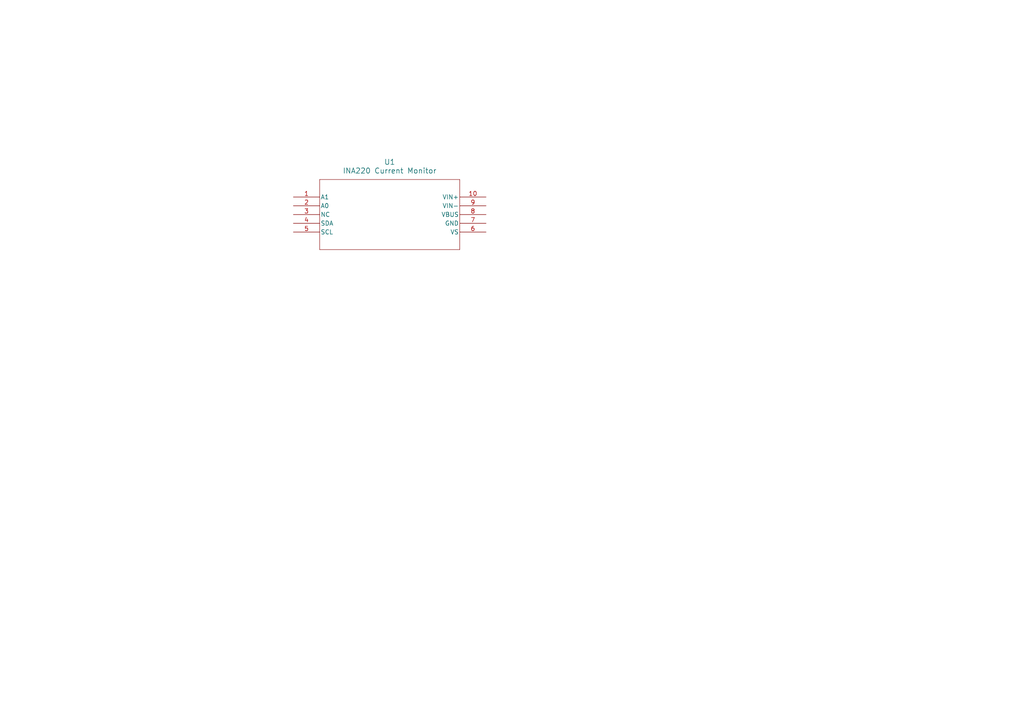
<source format=kicad_sch>
(kicad_sch (version 20231120) (generator "eeschema") (generator_version "8.0")
  (paper "A4")
  (lib_symbols
    (symbol "PROVE:INA220 Current Monitor" (pin_names (offset 0.254)) (exclude_from_sim yes)
      (property "Reference" "U" (at 27.94 10.16 0))
      (property "Value" "INA220 Current Monitor" (at 27.94 7.62 0))
      (symbol "INA220 Current Monitor_0_1"
        (polyline (pts (xy 7.62 -15.24) (xy 48.26 -15.24)) (stroke (width 0.127)))
        (polyline (pts (xy 7.62 5.08) (xy 7.62 -15.24)) (stroke (width 0.127)))
        (polyline (pts (xy 48.26 -15.24) (xy 48.26 5.08)) (stroke (width 0.127)))
        (polyline (pts (xy 48.26 5.08) (xy 7.62 5.08)) (stroke (width 0.127)))
        (pin unspecified line (at 0 0 0) (length 7.62) (name "A1") (number "1"))
        (pin input line (at 55.88 0 180) (length 7.62) (name "VIN+") (number "10"))
        (pin unspecified line (at 0 -2.54 0) (length 7.62) (name "A0") (number "2"))
        (pin unspecified line (at 0 -5.08 0) (length 7.62) (name "NC") (number "3"))
        (pin unspecified line (at 0 -7.62 0) (length 7.62) (name "SDA") (number "4"))
        (pin unspecified line (at 0 -10.16 0) (length 7.62) (name "SCL") (number "5"))
        (pin power_in line (at 55.88 -10.16 180) (length 7.62) (name "VS") (number "6"))
        (pin power_in line (at 55.88 -7.62 180) (length 7.62) (name "GND") (number "7"))
        (pin input line (at 55.88 -5.08 180) (length 7.62) (name "VBUS") (number "8"))
        (pin input line (at 55.88 -2.54 180) (length 7.62) (name "VIN-") (number "9"))
      )
    )
  )
  (symbol (lib_id "PROVE:INA220 Current Monitor") (at 85.09 57.15 0) (unit 1) (exclude_from_sim yes)
    (property "Reference" "U1" (at 113.03 46.99 0) (effects (font (size 1.524 1.524))))
    (property "Value" "INA220 Current Monitor" (at 113.03 49.53 0) (effects (font (size 1.524 1.524))))
    (property "Footprint" "PROVE:DGS10" (effects (hide yes)))
    (property "Datasheet" "http://138.2.231.237:8080/en/part/1/info" (effects (hide yes)))
    (property "Description" "IC CURRENT MONITOR 1% 10VSSOP" (effects (hide yes)))
    (property "Category" "IC/Sensor" (effects (hide yes)))
    (property "MPN" "INA220AIDGSR" (effects (hide yes)))
    (property "Manufacturer" "Texas Instruments" (effects (hide yes)))
    (property "Manufacturing Status" "Active" (effects (hide yes)))
    (property "Part-DB Footprint" "10VSSOP" (effects (hide yes)))
    (property "Part-DB ID" "1" (effects (hide yes)))
  )
)
</source>
